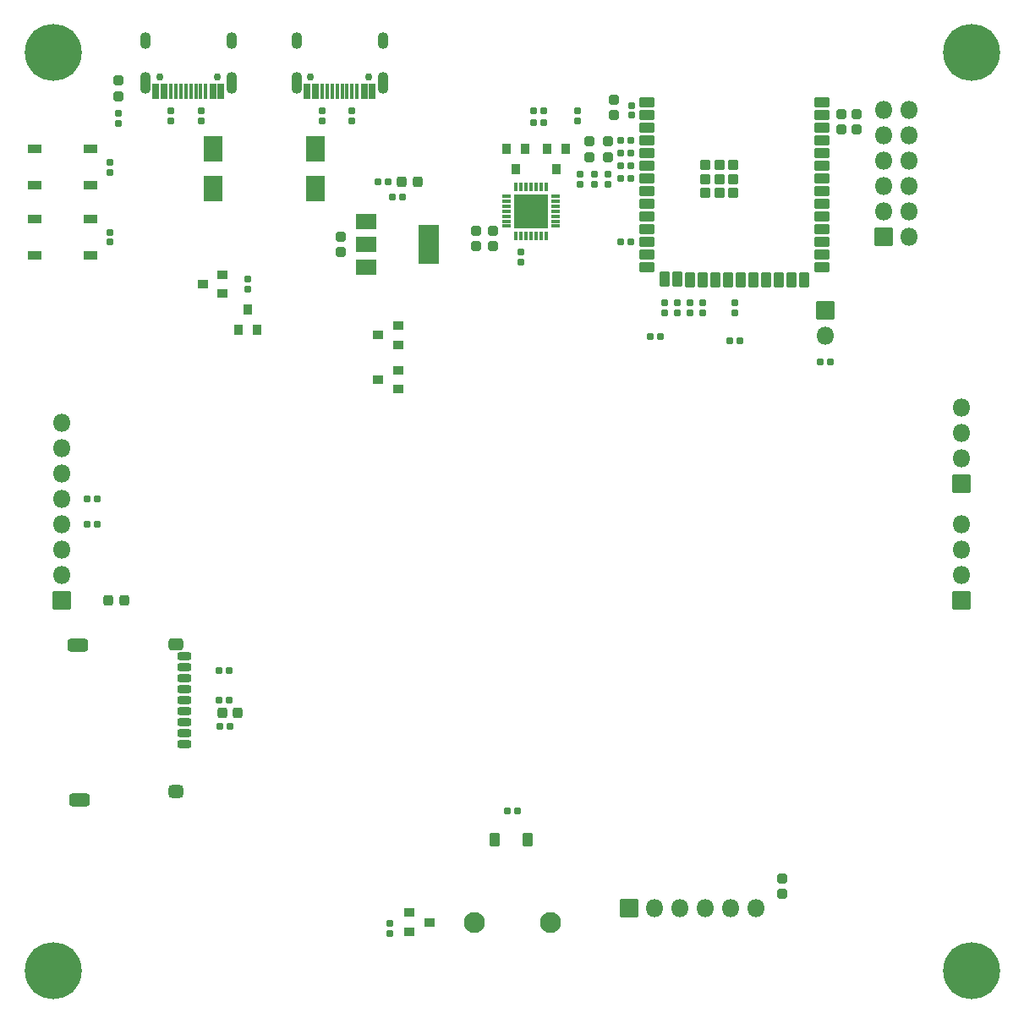
<source format=gts>
G04 #@! TF.GenerationSoftware,KiCad,Pcbnew,6.0.2+dfsg-1*
G04 #@! TF.CreationDate,2023-02-17T06:09:52+01:00*
G04 #@! TF.ProjectId,procesor,70726f63-6573-46f7-922e-6b696361645f,rev?*
G04 #@! TF.SameCoordinates,Original*
G04 #@! TF.FileFunction,Soldermask,Top*
G04 #@! TF.FilePolarity,Negative*
%FSLAX46Y46*%
G04 Gerber Fmt 4.6, Leading zero omitted, Abs format (unit mm)*
G04 Created by KiCad (PCBNEW 6.0.2+dfsg-1) date 2023-02-17 06:09:52*
%MOMM*%
%LPD*%
G01*
G04 APERTURE LIST*
G04 Aperture macros list*
%AMRoundRect*
0 Rectangle with rounded corners*
0 $1 Rounding radius*
0 $2 $3 $4 $5 $6 $7 $8 $9 X,Y pos of 4 corners*
0 Add a 4 corners polygon primitive as box body*
4,1,4,$2,$3,$4,$5,$6,$7,$8,$9,$2,$3,0*
0 Add four circle primitives for the rounded corners*
1,1,$1+$1,$2,$3*
1,1,$1+$1,$4,$5*
1,1,$1+$1,$6,$7*
1,1,$1+$1,$8,$9*
0 Add four rect primitives between the rounded corners*
20,1,$1+$1,$2,$3,$4,$5,0*
20,1,$1+$1,$4,$5,$6,$7,0*
20,1,$1+$1,$6,$7,$8,$9,0*
20,1,$1+$1,$8,$9,$2,$3,0*%
G04 Aperture macros list end*
%ADD10RoundRect,0.185000X0.185000X-0.135000X0.185000X0.135000X-0.185000X0.135000X-0.185000X-0.135000X0*%
%ADD11RoundRect,0.225000X0.475000X-0.175000X0.475000X0.175000X-0.475000X0.175000X-0.475000X-0.175000X0*%
%ADD12RoundRect,0.350000X-0.700000X0.300000X-0.700000X-0.300000X0.700000X-0.300000X0.700000X0.300000X0*%
%ADD13RoundRect,0.337500X-0.412500X0.287500X-0.412500X-0.287500X0.412500X-0.287500X0.412500X0.287500X0*%
%ADD14RoundRect,0.350000X-0.400000X0.300000X-0.400000X-0.300000X0.400000X-0.300000X0.400000X0.300000X0*%
%ADD15RoundRect,0.050000X-0.450000X-0.400000X0.450000X-0.400000X0.450000X0.400000X-0.450000X0.400000X0*%
%ADD16RoundRect,0.050000X0.450000X0.600000X-0.450000X0.600000X-0.450000X-0.600000X0.450000X-0.600000X0*%
%ADD17RoundRect,0.050000X0.850000X-0.850000X0.850000X0.850000X-0.850000X0.850000X-0.850000X-0.850000X0*%
%ADD18O,1.800000X1.800000*%
%ADD19RoundRect,0.275000X0.250000X-0.225000X0.250000X0.225000X-0.250000X0.225000X-0.250000X-0.225000X0*%
%ADD20RoundRect,0.150000X-0.650000X-0.350000X0.650000X-0.350000X0.650000X0.350000X-0.650000X0.350000X0*%
%ADD21RoundRect,0.150000X-0.350000X0.650000X-0.350000X-0.650000X0.350000X-0.650000X0.350000X0.650000X0*%
%ADD22RoundRect,0.150000X-0.350000X-0.350000X0.350000X-0.350000X0.350000X0.350000X-0.350000X0.350000X0*%
%ADD23RoundRect,0.190000X-0.140000X-0.170000X0.140000X-0.170000X0.140000X0.170000X-0.140000X0.170000X0*%
%ADD24RoundRect,0.268750X-0.218750X-0.256250X0.218750X-0.256250X0.218750X0.256250X-0.218750X0.256250X0*%
%ADD25RoundRect,0.275000X-0.250000X0.225000X-0.250000X-0.225000X0.250000X-0.225000X0.250000X0.225000X0*%
%ADD26RoundRect,0.268750X0.256250X-0.218750X0.256250X0.218750X-0.256250X0.218750X-0.256250X-0.218750X0*%
%ADD27RoundRect,0.050000X-0.400000X0.450000X-0.400000X-0.450000X0.400000X-0.450000X0.400000X0.450000X0*%
%ADD28RoundRect,0.185000X-0.185000X0.135000X-0.185000X-0.135000X0.185000X-0.135000X0.185000X0.135000X0*%
%ADD29RoundRect,0.050000X0.450000X0.400000X-0.450000X0.400000X-0.450000X-0.400000X0.450000X-0.400000X0*%
%ADD30RoundRect,0.185000X-0.135000X-0.185000X0.135000X-0.185000X0.135000X0.185000X-0.135000X0.185000X0*%
%ADD31RoundRect,0.050000X0.400000X-0.450000X0.400000X0.450000X-0.400000X0.450000X-0.400000X-0.450000X0*%
%ADD32C,2.100000*%
%ADD33RoundRect,0.112500X-0.337500X-0.062500X0.337500X-0.062500X0.337500X0.062500X-0.337500X0.062500X0*%
%ADD34RoundRect,0.112500X-0.062500X-0.337500X0.062500X-0.337500X0.062500X0.337500X-0.062500X0.337500X0*%
%ADD35RoundRect,0.050000X-1.675000X-1.675000X1.675000X-1.675000X1.675000X1.675000X-1.675000X1.675000X0*%
%ADD36C,5.700000*%
%ADD37RoundRect,0.185000X0.135000X0.185000X-0.135000X0.185000X-0.135000X-0.185000X0.135000X-0.185000X0*%
%ADD38RoundRect,0.050000X-1.000000X-0.750000X1.000000X-0.750000X1.000000X0.750000X-1.000000X0.750000X0*%
%ADD39RoundRect,0.050000X-1.000000X-1.900000X1.000000X-1.900000X1.000000X1.900000X-1.000000X1.900000X0*%
%ADD40RoundRect,0.050000X0.850000X0.850000X-0.850000X0.850000X-0.850000X-0.850000X0.850000X-0.850000X0*%
%ADD41C,0.750000*%
%ADD42RoundRect,0.050000X0.300000X0.725000X-0.300000X0.725000X-0.300000X-0.725000X0.300000X-0.725000X0*%
%ADD43RoundRect,0.050000X0.150000X0.725000X-0.150000X0.725000X-0.150000X-0.725000X0.150000X-0.725000X0*%
%ADD44O,1.100000X1.700000*%
%ADD45O,1.100000X2.200000*%
%ADD46RoundRect,0.050000X-0.650000X-0.350000X0.650000X-0.350000X0.650000X0.350000X-0.650000X0.350000X0*%
%ADD47RoundRect,0.050000X0.900000X-1.250000X0.900000X1.250000X-0.900000X1.250000X-0.900000X-1.250000X0*%
%ADD48RoundRect,0.190000X-0.170000X0.140000X-0.170000X-0.140000X0.170000X-0.140000X0.170000X0.140000X0*%
%ADD49RoundRect,0.275000X-0.225000X-0.250000X0.225000X-0.250000X0.225000X0.250000X-0.225000X0.250000X0*%
%ADD50RoundRect,0.050000X-0.850000X-0.850000X0.850000X-0.850000X0.850000X0.850000X-0.850000X0.850000X0*%
G04 APERTURE END LIST*
D10*
G04 #@! TO.C,R19*
X134007500Y-141517500D03*
X134007500Y-140497500D03*
G04 #@! TD*
D11*
G04 #@! TO.C,J2*
X113487500Y-122560000D03*
X113487500Y-121460000D03*
X113487500Y-120360000D03*
X113487500Y-119260000D03*
X113487500Y-118160000D03*
X113487500Y-117060000D03*
X113487500Y-115960000D03*
X113487500Y-114860000D03*
X113487500Y-113760000D03*
D12*
X102837500Y-112660000D03*
X102937500Y-128180000D03*
D13*
X112637500Y-112610000D03*
D14*
X112637500Y-127340000D03*
G04 #@! TD*
D15*
G04 #@! TO.C,Q6*
X136007500Y-139457500D03*
X136007500Y-141357500D03*
X138007500Y-140407500D03*
G04 #@! TD*
D16*
G04 #@! TO.C,D114*
X147857500Y-132107500D03*
X144557500Y-132107500D03*
G04 #@! TD*
D10*
G04 #@! TO.C,R16*
X130267500Y-60212500D03*
X130267500Y-59192500D03*
G04 #@! TD*
G04 #@! TO.C,R17*
X127262500Y-60202500D03*
X127262500Y-59182500D03*
G04 #@! TD*
D17*
G04 #@! TO.C,J3*
X157992500Y-138977500D03*
D18*
X160532500Y-138977500D03*
X163072500Y-138977500D03*
X165612500Y-138977500D03*
X168152500Y-138977500D03*
X170692500Y-138977500D03*
G04 #@! TD*
D19*
G04 #@! TO.C,C24*
X144357500Y-72732500D03*
X144357500Y-71182500D03*
G04 #@! TD*
D20*
G04 #@! TO.C,U3*
X159812500Y-58302500D03*
X159812500Y-59572500D03*
X159812500Y-60842500D03*
X159812500Y-62112500D03*
X159812500Y-63382500D03*
X159812500Y-64652500D03*
X159812500Y-65922500D03*
X159812500Y-67192500D03*
X159812500Y-68462500D03*
X159812500Y-69732500D03*
X159812500Y-71002500D03*
X159812500Y-72272500D03*
X159812500Y-73542500D03*
X159812500Y-74812500D03*
D21*
X161577500Y-76042500D03*
X162847500Y-76042500D03*
X164117500Y-76082500D03*
X165387500Y-76082500D03*
X166657500Y-76082500D03*
X167927500Y-76082500D03*
X169197500Y-76082500D03*
X170467500Y-76082500D03*
X171737500Y-76082500D03*
X173007500Y-76082500D03*
X174277500Y-76082500D03*
X175547500Y-76082500D03*
D20*
X177312500Y-74812500D03*
X177312500Y-73542500D03*
X177312500Y-72272500D03*
X177312500Y-71002500D03*
X177312500Y-69732500D03*
X177312500Y-68462500D03*
X177312500Y-67192500D03*
X177312500Y-65922500D03*
X177312500Y-64652500D03*
X177312500Y-63382500D03*
X177312500Y-62112500D03*
X177312500Y-60842500D03*
X177312500Y-59572500D03*
X177312500Y-58302500D03*
D22*
X165662500Y-67402500D03*
X168462500Y-64602500D03*
X167062500Y-67402500D03*
X167062500Y-64602500D03*
X165662500Y-66002500D03*
X168462500Y-67402500D03*
X167062500Y-66002500D03*
X165662500Y-64602500D03*
X168462500Y-66002500D03*
G04 #@! TD*
D23*
G04 #@! TO.C,C25*
X134317500Y-67812500D03*
X135277500Y-67812500D03*
G04 #@! TD*
D24*
G04 #@! TO.C,D2*
X135267500Y-66242500D03*
X136842500Y-66242500D03*
G04 #@! TD*
D25*
G04 #@! TO.C,C1*
X179237500Y-59507500D03*
X179237500Y-61057500D03*
G04 #@! TD*
D19*
G04 #@! TO.C,C4*
X173347500Y-137567500D03*
X173347500Y-136017500D03*
G04 #@! TD*
D26*
G04 #@! TO.C,D10*
X154002500Y-63802500D03*
X154002500Y-62227500D03*
G04 #@! TD*
D25*
G04 #@! TO.C,C5*
X180747500Y-59507500D03*
X180747500Y-61057500D03*
G04 #@! TD*
D26*
G04 #@! TO.C,D1*
X106907500Y-57695000D03*
X106907500Y-56120000D03*
G04 #@! TD*
D27*
G04 #@! TO.C,Q2*
X151652500Y-62982500D03*
X149752500Y-62982500D03*
X150702500Y-64982500D03*
G04 #@! TD*
D28*
G04 #@! TO.C,R15*
X119802500Y-75997500D03*
X119802500Y-77017500D03*
G04 #@! TD*
D29*
G04 #@! TO.C,Q5*
X117307500Y-77462500D03*
X117307500Y-75562500D03*
X115307500Y-76512500D03*
G04 #@! TD*
D30*
G04 #@! TO.C,R3*
X132857500Y-66247500D03*
X133877500Y-66247500D03*
G04 #@! TD*
G04 #@! TO.C,R7*
X157187500Y-64647500D03*
X158207500Y-64647500D03*
G04 #@! TD*
D10*
G04 #@! TO.C,R10*
X164107500Y-79417500D03*
X164107500Y-78397500D03*
G04 #@! TD*
G04 #@! TO.C,R14*
X168562500Y-79422500D03*
X168562500Y-78402500D03*
G04 #@! TD*
D31*
G04 #@! TO.C,Q4*
X118852500Y-81062500D03*
X120752500Y-81062500D03*
X119802500Y-79062500D03*
G04 #@! TD*
D30*
G04 #@! TO.C,R9*
X157187500Y-72277500D03*
X158207500Y-72277500D03*
G04 #@! TD*
D32*
G04 #@! TO.C,BZ1*
X150117500Y-140407500D03*
X142497500Y-140407500D03*
G04 #@! TD*
D33*
G04 #@! TO.C,U2*
X145737500Y-67717500D03*
X145737500Y-68217500D03*
X145737500Y-68717500D03*
X145737500Y-69217500D03*
X145737500Y-69717500D03*
X145737500Y-70217500D03*
X145737500Y-70717500D03*
D34*
X146687500Y-71667500D03*
X147187500Y-71667500D03*
X147687500Y-71667500D03*
X148187500Y-71667500D03*
X148687500Y-71667500D03*
X149187500Y-71667500D03*
X149687500Y-71667500D03*
D33*
X150637500Y-70717500D03*
X150637500Y-70217500D03*
X150637500Y-69717500D03*
X150637500Y-69217500D03*
X150637500Y-68717500D03*
X150637500Y-68217500D03*
X150637500Y-67717500D03*
D34*
X149687500Y-66767500D03*
X149187500Y-66767500D03*
X148687500Y-66767500D03*
X148187500Y-66767500D03*
X147687500Y-66767500D03*
X147187500Y-66767500D03*
X146687500Y-66767500D03*
D35*
X148187500Y-69217500D03*
G04 #@! TD*
D27*
G04 #@! TO.C,Q1*
X147627500Y-62987500D03*
X145727500Y-62987500D03*
X146677500Y-64987500D03*
G04 #@! TD*
D36*
G04 #@! TO.C,H1*
X100307500Y-53307500D03*
G04 #@! TD*
G04 #@! TO.C,H2*
X192307500Y-53307500D03*
G04 #@! TD*
D10*
G04 #@! TO.C,R2*
X106907500Y-60417500D03*
X106907500Y-59397500D03*
G04 #@! TD*
D36*
G04 #@! TO.C,H3*
X100307500Y-145307500D03*
G04 #@! TD*
D30*
G04 #@! TO.C,R8*
X157187500Y-65922500D03*
X158207500Y-65922500D03*
G04 #@! TD*
D36*
G04 #@! TO.C,H4*
X192307500Y-145307500D03*
G04 #@! TD*
D29*
G04 #@! TO.C,Q8*
X134862500Y-82582500D03*
X134862500Y-80682500D03*
X132862500Y-81632500D03*
G04 #@! TD*
D10*
G04 #@! TO.C,R12*
X165377500Y-79417500D03*
X165377500Y-78397500D03*
G04 #@! TD*
D37*
G04 #@! TO.C,R18*
X104782500Y-98047500D03*
X103762500Y-98047500D03*
G04 #@! TD*
D29*
G04 #@! TO.C,Q7*
X134867500Y-87012500D03*
X134867500Y-85112500D03*
X132867500Y-86062500D03*
G04 #@! TD*
D30*
G04 #@! TO.C,R4*
X157187500Y-62112500D03*
X158207500Y-62112500D03*
G04 #@! TD*
D37*
G04 #@! TO.C,R11*
X104777500Y-100592500D03*
X103757500Y-100592500D03*
G04 #@! TD*
D38*
G04 #@! TO.C,U1*
X131647500Y-70212500D03*
D39*
X137947500Y-72512500D03*
D38*
X131647500Y-72512500D03*
X131647500Y-74812500D03*
G04 #@! TD*
D40*
G04 #@! TO.C,J7*
X101207500Y-108207500D03*
D18*
X101207500Y-105667500D03*
X101207500Y-103127500D03*
X101207500Y-100587500D03*
X101207500Y-98047500D03*
X101207500Y-95507500D03*
X101207500Y-92967500D03*
X101207500Y-90427500D03*
G04 #@! TD*
D41*
G04 #@! TO.C,J8*
X131907500Y-55807500D03*
X126127500Y-55807500D03*
D42*
X132267500Y-57252500D03*
X131467500Y-57252500D03*
D43*
X130267500Y-57252500D03*
X129267500Y-57252500D03*
X128767500Y-57252500D03*
X127767500Y-57252500D03*
D42*
X126567500Y-57252500D03*
X125767500Y-57252500D03*
X125767500Y-57252500D03*
X126567500Y-57252500D03*
D43*
X127267500Y-57252500D03*
X128267500Y-57252500D03*
X129767500Y-57252500D03*
X130767500Y-57252500D03*
D42*
X131467500Y-57252500D03*
X132267500Y-57252500D03*
D44*
X133337500Y-52157500D03*
D45*
X124697500Y-56337500D03*
D44*
X124697500Y-52157500D03*
D45*
X133337500Y-56337500D03*
G04 #@! TD*
D40*
G04 #@! TO.C,J9*
X191307500Y-108207500D03*
D18*
X191307500Y-105667500D03*
X191307500Y-103127500D03*
X191307500Y-100587500D03*
G04 #@! TD*
D40*
G04 #@! TO.C,J10*
X191307500Y-96507500D03*
D18*
X191307500Y-93967500D03*
X191307500Y-91427500D03*
X191307500Y-88887500D03*
G04 #@! TD*
D46*
G04 #@! TO.C,BOOT1*
X98507500Y-62972500D03*
X104107500Y-62972500D03*
X104107500Y-66622500D03*
X98507500Y-66622500D03*
G04 #@! TD*
D47*
G04 #@! TO.C,D7*
X126557500Y-66937500D03*
X126557500Y-62937500D03*
G04 #@! TD*
D30*
G04 #@! TO.C,R6*
X157182500Y-63382500D03*
X158202500Y-63382500D03*
G04 #@! TD*
D26*
G04 #@! TO.C,D9*
X155902500Y-63802500D03*
X155902500Y-62227500D03*
G04 #@! TD*
D10*
G04 #@! TO.C,R21*
X112122500Y-60217500D03*
X112122500Y-59197500D03*
G04 #@! TD*
D25*
G04 #@! TO.C,C128*
X142707500Y-71182500D03*
X142707500Y-72732500D03*
G04 #@! TD*
G04 #@! TO.C,C27*
X156507500Y-58027500D03*
X156507500Y-59577500D03*
G04 #@! TD*
D37*
G04 #@! TO.C,R26*
X149472500Y-59192500D03*
X148452500Y-59192500D03*
G04 #@! TD*
D30*
G04 #@! TO.C,R34*
X116947500Y-115207500D03*
X117967500Y-115207500D03*
G04 #@! TD*
D48*
G04 #@! TO.C,C28*
X158272500Y-58612500D03*
X158272500Y-59572500D03*
G04 #@! TD*
D30*
G04 #@! TO.C,R33*
X145797500Y-129257500D03*
X146817500Y-129257500D03*
G04 #@! TD*
D46*
G04 #@! TO.C,RESET1*
X98507500Y-69972500D03*
X104107500Y-69972500D03*
X104107500Y-73622500D03*
X98507500Y-73622500D03*
G04 #@! TD*
D37*
G04 #@! TO.C,R29*
X178152500Y-84272500D03*
X177132500Y-84272500D03*
G04 #@! TD*
D30*
G04 #@! TO.C,R35*
X116957500Y-118157500D03*
X117977500Y-118157500D03*
G04 #@! TD*
D28*
G04 #@! TO.C,R31*
X153102500Y-65497500D03*
X153102500Y-66517500D03*
G04 #@! TD*
D37*
G04 #@! TO.C,R1*
X161127500Y-81807500D03*
X160107500Y-81807500D03*
G04 #@! TD*
D28*
G04 #@! TO.C,R24*
X155902500Y-65492500D03*
X155902500Y-66512500D03*
G04 #@! TD*
D41*
G04 #@! TO.C,J11*
X110982500Y-55807500D03*
X116762500Y-55807500D03*
D42*
X117122500Y-57252500D03*
X116322500Y-57252500D03*
D43*
X115122500Y-57252500D03*
X114122500Y-57252500D03*
X113622500Y-57252500D03*
X112622500Y-57252500D03*
D42*
X111422500Y-57252500D03*
X110622500Y-57252500D03*
X110622500Y-57252500D03*
X111422500Y-57252500D03*
D43*
X112122500Y-57252500D03*
X113122500Y-57252500D03*
X114622500Y-57252500D03*
X115622500Y-57252500D03*
D42*
X116322500Y-57252500D03*
X117122500Y-57252500D03*
D44*
X109552500Y-52157500D03*
D45*
X109552500Y-56337500D03*
D44*
X118192500Y-52157500D03*
D45*
X118192500Y-56337500D03*
G04 #@! TD*
D30*
G04 #@! TO.C,R36*
X116997500Y-120807500D03*
X118017500Y-120807500D03*
G04 #@! TD*
D19*
G04 #@! TO.C,C127*
X129157500Y-73332500D03*
X129157500Y-71782500D03*
G04 #@! TD*
D47*
G04 #@! TO.C,D8*
X116327500Y-66942500D03*
X116327500Y-62942500D03*
G04 #@! TD*
D48*
G04 #@! TO.C,C29*
X106057500Y-64347500D03*
X106057500Y-65307500D03*
G04 #@! TD*
D28*
G04 #@! TO.C,R23*
X154562500Y-65497500D03*
X154562500Y-66517500D03*
G04 #@! TD*
D30*
G04 #@! TO.C,R32*
X168052500Y-82172500D03*
X169072500Y-82172500D03*
G04 #@! TD*
D49*
G04 #@! TO.C,C23*
X105882500Y-108207500D03*
X107432500Y-108207500D03*
G04 #@! TD*
D28*
G04 #@! TO.C,R27*
X162842500Y-78397500D03*
X162842500Y-79417500D03*
G04 #@! TD*
G04 #@! TO.C,R30*
X161582500Y-78397500D03*
X161582500Y-79417500D03*
G04 #@! TD*
D40*
G04 #@! TO.C,J1*
X183492500Y-71742500D03*
D18*
X186032500Y-71742500D03*
X183492500Y-69202500D03*
X186032500Y-69202500D03*
X183492500Y-66662500D03*
X186032500Y-66662500D03*
X183492500Y-64122500D03*
X186032500Y-64122500D03*
X183492500Y-61582500D03*
X186032500Y-61582500D03*
X183492500Y-59042500D03*
X186032500Y-59042500D03*
G04 #@! TD*
D48*
G04 #@! TO.C,C26*
X106057500Y-71342500D03*
X106057500Y-72302500D03*
G04 #@! TD*
D49*
G04 #@! TO.C,C22*
X117282500Y-119457500D03*
X118832500Y-119457500D03*
G04 #@! TD*
D50*
G04 #@! TO.C,J12*
X177652500Y-79117500D03*
D18*
X177652500Y-81657500D03*
G04 #@! TD*
D30*
G04 #@! TO.C,R25*
X148452500Y-60362500D03*
X149472500Y-60362500D03*
G04 #@! TD*
D10*
G04 #@! TO.C,R22*
X147172500Y-74357500D03*
X147172500Y-73337500D03*
G04 #@! TD*
G04 #@! TO.C,R28*
X152812500Y-60207500D03*
X152812500Y-59187500D03*
G04 #@! TD*
G04 #@! TO.C,R20*
X115127500Y-60217500D03*
X115127500Y-59197500D03*
G04 #@! TD*
M02*

</source>
